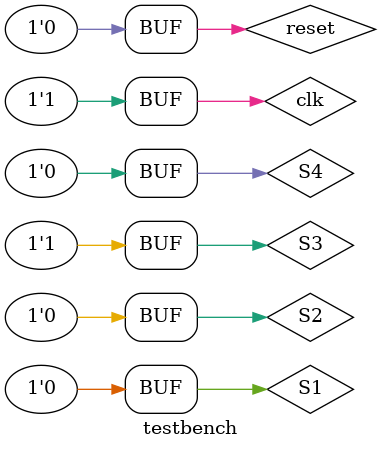
<source format=v>
`timescale 1ns / 1ps


module testbench;

	// Inputs
	reg S1;
	reg S2;
	reg S3;
	reg S4;
	reg clk;
	reg reset;

	// Outputs
	wire SW1;
	wire SW2;
	wire [1:0] DA;
	wire [1:0] DB;

	// Instantiate the Unit Under Test (UUT)
	top uut (
		.S1(S1), 
		.S2(S2), 
		.S3(S3), 
		.S4(S4), 
		.clk(clk), 
		.reset(reset), 
		.SW1(SW1), 
		.SW2(SW2), 
		.DA(DA), 
		.DB(DB)
	);

	initial begin
		// Initialize Inputs
		S1 = 0;
		S2 = 0;
		S3 = 0;
		S4 = 0;
		clk = 0;
		reset = 0;

		// Wait 100 ns for global reset to finish
		#100;
      
		// Add stimulus here
		reset=1;
		#1 clk=1; #1;
		clk=0;
		S1=1; reset=0; #1 clk=1;
		$monitor("A=%b\tB=%b\tSW1=%b\tSW2=%b\t",DA[0],DB[0],SW1,SW2);
		#5 clk=0;
		#10 S1=0; S2=1; S4=0; #1 clk=1;
		$monitor("A=%b\tB=%b\tSW1=%b\tSW2=%b\t",DA[0],DB[0],SW1,SW2);
		#5 clk=0;
		#10 S2=0; S4=1; #1 clk=1;
		$monitor("A=%b\tB=%b\tSW1=%b\tSW2=%b\t",DA[0],DB[0],SW1,SW2);
		#5 clk=0;
		#10 S4=0; S3=1; #1 clk=1;
		$monitor("A=%b\tB=%b\tSW1=%b\tSW2=%b\t",DA[0],DB[0],SW1,SW2);
		
	end
      
endmodule


</source>
